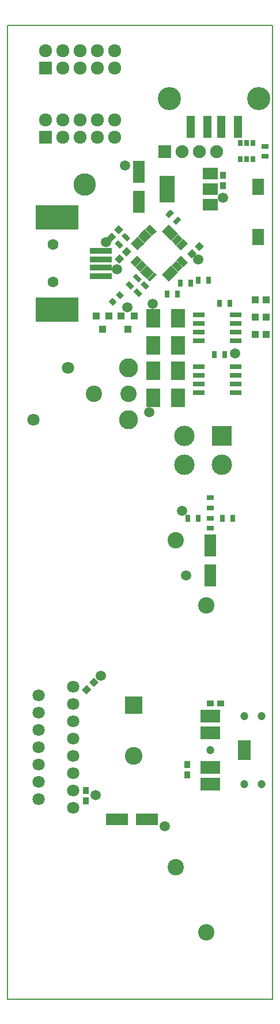
<source format=gbr>
G04 #@! TF.GenerationSoftware,KiCad,Pcbnew,(5.0.0-rc2-dev-311-g1dd4af297)*
G04 #@! TF.CreationDate,2018-05-15T09:42:03+02:00*
G04 #@! TF.ProjectId,resetUSB,72657365745553422E6B696361645F70,1.0*
G04 #@! TF.SameCoordinates,Original*
G04 #@! TF.FileFunction,Soldermask,Top*
G04 #@! TF.FilePolarity,Negative*
%FSLAX46Y46*%
G04 Gerber Fmt 4.6, Leading zero omitted, Abs format (unit mm)*
G04 Created by KiCad (PCBNEW (5.0.0-rc2-dev-311-g1dd4af297)) date 05/15/18 09:42:03*
%MOMM*%
%LPD*%
G01*
G04 APERTURE LIST*
%ADD10C,0.200000*%
%ADD11R,3.200000X1.800000*%
%ADD12R,0.950000X1.000000*%
%ADD13C,2.400000*%
%ADD14R,1.000000X1.100000*%
%ADD15C,1.800000*%
%ADD16C,2.800000*%
%ADD17C,0.950000*%
%ADD18C,0.100000*%
%ADD19R,1.100000X0.700000*%
%ADD20R,2.600000X2.600000*%
%ADD21C,2.600000*%
%ADD22R,1.800000X3.200000*%
%ADD23R,2.200000X1.700000*%
%ADD24R,2.200000X4.000000*%
%ADD25R,0.700000X1.100000*%
%ADD26R,1.800000X2.380000*%
%ADD27C,0.480000*%
%ADD28C,0.700000*%
%ADD29C,3.400000*%
%ADD30R,1.200000X3.200000*%
%ADD31C,0.800000*%
%ADD32R,2.000000X2.700000*%
%ADD33R,1.000000X1.000000*%
%ADD34R,3.200000X0.900000*%
%ADD35R,6.240000X3.600000*%
%ADD36C,1.600000*%
%ADD37R,1.927200X1.927200*%
%ADD38O,1.927200X1.927200*%
%ADD39O,1.900000X1.900000*%
%ADD40R,1.900000X1.900000*%
%ADD41R,0.710000X0.900000*%
%ADD42R,1.750000X0.800000*%
%ADD43R,3.000000X3.000000*%
%ADD44C,3.000000*%
%ADD45C,3.300000*%
%ADD46R,1.000000X0.950000*%
%ADD47C,1.200000*%
%ADD48R,2.900000X1.900000*%
%ADD49R,1.900000X2.900000*%
%ADD50C,1.500000*%
G04 APERTURE END LIST*
D10*
X46037500Y-161932500D02*
X46037500Y-18932500D01*
X85037500Y-161932500D02*
X46037500Y-161932500D01*
X85037500Y-18932500D02*
X85037500Y-161932500D01*
X46037500Y-18932500D02*
X85037500Y-18932500D01*
D11*
X62125500Y-135518500D03*
X66525500Y-135518500D03*
D12*
X72453500Y-127529500D03*
X72453500Y-129029500D03*
D13*
X75247500Y-104112500D03*
X70807500Y-94582500D03*
D14*
X60034500Y-63614000D03*
X59084500Y-61614000D03*
X60984500Y-61614000D03*
X63717500Y-63614000D03*
X62767500Y-61614000D03*
X64667500Y-61614000D03*
D15*
X49857500Y-76842500D03*
X54937500Y-69222500D03*
D13*
X58747500Y-73032500D03*
X63827500Y-73032500D03*
D16*
X63827500Y-76842500D03*
X63827500Y-69222500D03*
D17*
X58759830Y-115430170D03*
D18*
G36*
X58742152Y-116119599D02*
X58070401Y-115447848D01*
X58777508Y-114740741D01*
X59449259Y-115412492D01*
X58742152Y-116119599D01*
X58742152Y-116119599D01*
G37*
D17*
X57699170Y-116490830D03*
D18*
G36*
X57681492Y-117180259D02*
X57009741Y-116508508D01*
X57716848Y-115801401D01*
X58388599Y-116473152D01*
X57681492Y-117180259D01*
X57681492Y-117180259D01*
G37*
D19*
X75882500Y-89850000D03*
X75882500Y-88350000D03*
D20*
X64579500Y-118754500D03*
D21*
X64579500Y-126254500D03*
D13*
X70807500Y-142582500D03*
X75247500Y-152112500D03*
D12*
X77760359Y-40971041D03*
X77760359Y-42471041D03*
D22*
X65392300Y-40456100D03*
X65392300Y-44856100D03*
D23*
X75830359Y-45291041D03*
X75830359Y-40691041D03*
X75830359Y-42991041D03*
D24*
X69530359Y-42991041D03*
D25*
X72949500Y-56778500D03*
X71449500Y-56778500D03*
D26*
X82867500Y-42664500D03*
X82867500Y-50064500D03*
D17*
X62525170Y-53266936D03*
D18*
G36*
X62507492Y-53956365D02*
X61835741Y-53284614D01*
X62542848Y-52577507D01*
X63214599Y-53249258D01*
X62507492Y-53956365D01*
X62507492Y-53956365D01*
G37*
D17*
X63585830Y-52206276D03*
D18*
G36*
X63568152Y-52895705D02*
X62896401Y-52223954D01*
X63603508Y-51516847D01*
X64275259Y-52188598D01*
X63568152Y-52895705D01*
X63568152Y-52895705D01*
G37*
D17*
X74253830Y-51422170D03*
D18*
G36*
X74271508Y-50732741D02*
X74943259Y-51404492D01*
X74236152Y-52111599D01*
X73564401Y-51439848D01*
X74271508Y-50732741D01*
X74271508Y-50732741D01*
G37*
D17*
X73193170Y-52482830D03*
D18*
G36*
X73210848Y-51793401D02*
X73882599Y-52465152D01*
X73175492Y-53172259D01*
X72503741Y-52500508D01*
X73210848Y-51793401D01*
X73210848Y-51793401D01*
G37*
D27*
X64805111Y-53438056D03*
D18*
G36*
X64479842Y-54102736D02*
X64140431Y-53763325D01*
X65130380Y-52773376D01*
X65469791Y-53112787D01*
X64479842Y-54102736D01*
X64479842Y-54102736D01*
G37*
D27*
X65158664Y-53791610D03*
D18*
G36*
X64833395Y-54456290D02*
X64493984Y-54116879D01*
X65483933Y-53126930D01*
X65823344Y-53466341D01*
X64833395Y-54456290D01*
X64833395Y-54456290D01*
G37*
D27*
X65512218Y-54145163D03*
D18*
G36*
X65186949Y-54809843D02*
X64847538Y-54470432D01*
X65837487Y-53480483D01*
X66176898Y-53819894D01*
X65186949Y-54809843D01*
X65186949Y-54809843D01*
G37*
D27*
X65865771Y-54498716D03*
D18*
G36*
X65540502Y-55163396D02*
X65201091Y-54823985D01*
X66191040Y-53834036D01*
X66530451Y-54173447D01*
X65540502Y-55163396D01*
X65540502Y-55163396D01*
G37*
D27*
X66219325Y-54852270D03*
D18*
G36*
X65894056Y-55516950D02*
X65554645Y-55177539D01*
X66544594Y-54187590D01*
X66884005Y-54527001D01*
X65894056Y-55516950D01*
X65894056Y-55516950D01*
G37*
D27*
X66572878Y-55205823D03*
D18*
G36*
X66247609Y-55870503D02*
X65908198Y-55531092D01*
X66898147Y-54541143D01*
X67237558Y-54880554D01*
X66247609Y-55870503D01*
X66247609Y-55870503D01*
G37*
D27*
X66926431Y-55559377D03*
D18*
G36*
X66601162Y-56224057D02*
X66261751Y-55884646D01*
X67251700Y-54894697D01*
X67591111Y-55234108D01*
X66601162Y-56224057D01*
X66601162Y-56224057D01*
G37*
D27*
X67279985Y-55912930D03*
D18*
G36*
X66954716Y-56577610D02*
X66615305Y-56238199D01*
X67605254Y-55248250D01*
X67944665Y-55587661D01*
X66954716Y-56577610D01*
X66954716Y-56577610D01*
G37*
D27*
X69401305Y-55912930D03*
D18*
G36*
X70065985Y-56238199D02*
X69726574Y-56577610D01*
X68736625Y-55587661D01*
X69076036Y-55248250D01*
X70065985Y-56238199D01*
X70065985Y-56238199D01*
G37*
D27*
X69754859Y-55559377D03*
D18*
G36*
X70419539Y-55884646D02*
X70080128Y-56224057D01*
X69090179Y-55234108D01*
X69429590Y-54894697D01*
X70419539Y-55884646D01*
X70419539Y-55884646D01*
G37*
D27*
X70108412Y-55205823D03*
D18*
G36*
X70773092Y-55531092D02*
X70433681Y-55870503D01*
X69443732Y-54880554D01*
X69783143Y-54541143D01*
X70773092Y-55531092D01*
X70773092Y-55531092D01*
G37*
D27*
X70461965Y-54852270D03*
D18*
G36*
X71126645Y-55177539D02*
X70787234Y-55516950D01*
X69797285Y-54527001D01*
X70136696Y-54187590D01*
X71126645Y-55177539D01*
X71126645Y-55177539D01*
G37*
D27*
X70815519Y-54498716D03*
D18*
G36*
X71480199Y-54823985D02*
X71140788Y-55163396D01*
X70150839Y-54173447D01*
X70490250Y-53834036D01*
X71480199Y-54823985D01*
X71480199Y-54823985D01*
G37*
D27*
X71169072Y-54145163D03*
D18*
G36*
X71833752Y-54470432D02*
X71494341Y-54809843D01*
X70504392Y-53819894D01*
X70843803Y-53480483D01*
X71833752Y-54470432D01*
X71833752Y-54470432D01*
G37*
D27*
X71522626Y-53791610D03*
D18*
G36*
X72187306Y-54116879D02*
X71847895Y-54456290D01*
X70857946Y-53466341D01*
X71197357Y-53126930D01*
X72187306Y-54116879D01*
X72187306Y-54116879D01*
G37*
D27*
X71876179Y-53438056D03*
D18*
G36*
X72540859Y-53763325D02*
X72201448Y-54102736D01*
X71211499Y-53112787D01*
X71550910Y-52773376D01*
X72540859Y-53763325D01*
X72540859Y-53763325D01*
G37*
D27*
X71876179Y-51316736D03*
D18*
G36*
X71550910Y-51981416D02*
X71211499Y-51642005D01*
X72201448Y-50652056D01*
X72540859Y-50991467D01*
X71550910Y-51981416D01*
X71550910Y-51981416D01*
G37*
D27*
X71522626Y-50963182D03*
D18*
G36*
X71197357Y-51627862D02*
X70857946Y-51288451D01*
X71847895Y-50298502D01*
X72187306Y-50637913D01*
X71197357Y-51627862D01*
X71197357Y-51627862D01*
G37*
D27*
X71169072Y-50609629D03*
D18*
G36*
X70843803Y-51274309D02*
X70504392Y-50934898D01*
X71494341Y-49944949D01*
X71833752Y-50284360D01*
X70843803Y-51274309D01*
X70843803Y-51274309D01*
G37*
D27*
X70815519Y-50256076D03*
D18*
G36*
X70490250Y-50920756D02*
X70150839Y-50581345D01*
X71140788Y-49591396D01*
X71480199Y-49930807D01*
X70490250Y-50920756D01*
X70490250Y-50920756D01*
G37*
D27*
X70461965Y-49902522D03*
D18*
G36*
X70136696Y-50567202D02*
X69797285Y-50227791D01*
X70787234Y-49237842D01*
X71126645Y-49577253D01*
X70136696Y-50567202D01*
X70136696Y-50567202D01*
G37*
D27*
X70108412Y-49548969D03*
D18*
G36*
X69783143Y-50213649D02*
X69443732Y-49874238D01*
X70433681Y-48884289D01*
X70773092Y-49223700D01*
X69783143Y-50213649D01*
X69783143Y-50213649D01*
G37*
D27*
X69754859Y-49195415D03*
D18*
G36*
X69429590Y-49860095D02*
X69090179Y-49520684D01*
X70080128Y-48530735D01*
X70419539Y-48870146D01*
X69429590Y-49860095D01*
X69429590Y-49860095D01*
G37*
D27*
X69401305Y-48841862D03*
D18*
G36*
X69076036Y-49506542D02*
X68736625Y-49167131D01*
X69726574Y-48177182D01*
X70065985Y-48516593D01*
X69076036Y-49506542D01*
X69076036Y-49506542D01*
G37*
D27*
X67279985Y-48841862D03*
D18*
G36*
X67944665Y-49167131D02*
X67605254Y-49506542D01*
X66615305Y-48516593D01*
X66954716Y-48177182D01*
X67944665Y-49167131D01*
X67944665Y-49167131D01*
G37*
D27*
X66926431Y-49195415D03*
D18*
G36*
X67591111Y-49520684D02*
X67251700Y-49860095D01*
X66261751Y-48870146D01*
X66601162Y-48530735D01*
X67591111Y-49520684D01*
X67591111Y-49520684D01*
G37*
D27*
X66572878Y-49548969D03*
D18*
G36*
X67237558Y-49874238D02*
X66898147Y-50213649D01*
X65908198Y-49223700D01*
X66247609Y-48884289D01*
X67237558Y-49874238D01*
X67237558Y-49874238D01*
G37*
D27*
X66219325Y-49902522D03*
D18*
G36*
X66884005Y-50227791D02*
X66544594Y-50567202D01*
X65554645Y-49577253D01*
X65894056Y-49237842D01*
X66884005Y-50227791D01*
X66884005Y-50227791D01*
G37*
D27*
X65865771Y-50256076D03*
D18*
G36*
X66530451Y-50581345D02*
X66191040Y-50920756D01*
X65201091Y-49930807D01*
X65540502Y-49591396D01*
X66530451Y-50581345D01*
X66530451Y-50581345D01*
G37*
D27*
X65512218Y-50609629D03*
D18*
G36*
X66176898Y-50934898D02*
X65837487Y-51274309D01*
X64847538Y-50284360D01*
X65186949Y-49944949D01*
X66176898Y-50934898D01*
X66176898Y-50934898D01*
G37*
D27*
X65158664Y-50963182D03*
D18*
G36*
X65823344Y-51288451D02*
X65483933Y-51627862D01*
X64493984Y-50637913D01*
X64833395Y-50298502D01*
X65823344Y-51288451D01*
X65823344Y-51288451D01*
G37*
D27*
X64805111Y-51316736D03*
D18*
G36*
X65469791Y-51642005D02*
X65130380Y-51981416D01*
X64140431Y-50991467D01*
X64479842Y-50652056D01*
X65469791Y-51642005D01*
X65469791Y-51642005D01*
G37*
D28*
X65109830Y-56053947D03*
D18*
G36*
X65251251Y-56690343D02*
X64473434Y-55912526D01*
X64968409Y-55417551D01*
X65746226Y-56195368D01*
X65251251Y-56690343D01*
X65251251Y-56690343D01*
G37*
D28*
X64049170Y-57114607D03*
D18*
G36*
X64190591Y-57751003D02*
X63412774Y-56973186D01*
X63907749Y-56478211D01*
X64685566Y-57256028D01*
X64190591Y-57751003D01*
X64190591Y-57751003D01*
G37*
D28*
X69891170Y-46596170D03*
D18*
G36*
X70527566Y-46454749D02*
X69749749Y-47232566D01*
X69254774Y-46737591D01*
X70032591Y-45959774D01*
X70527566Y-46454749D01*
X70527566Y-46454749D01*
G37*
D28*
X70951830Y-47656830D03*
D18*
G36*
X71588226Y-47515409D02*
X70810409Y-48293226D01*
X70315434Y-47798251D01*
X71093251Y-47020434D01*
X71588226Y-47515409D01*
X71588226Y-47515409D01*
G37*
D29*
X83011500Y-29686500D03*
X69871500Y-29686500D03*
D30*
X75441500Y-33896500D03*
X72941500Y-33896500D03*
X77441500Y-33896500D03*
X79941500Y-33896500D03*
D28*
X66252830Y-57137170D03*
D18*
G36*
X66394251Y-57773566D02*
X65616434Y-56995749D01*
X66111409Y-56500774D01*
X66889226Y-57278591D01*
X66394251Y-57773566D01*
X66394251Y-57773566D01*
G37*
D28*
X65192170Y-58197830D03*
D18*
G36*
X65333591Y-58834226D02*
X64555774Y-58056409D01*
X65050749Y-57561434D01*
X65828566Y-58339251D01*
X65333591Y-58834226D01*
X65333591Y-58834226D01*
G37*
D28*
X62422161Y-51111674D03*
D18*
G36*
X62563582Y-51748070D02*
X61785765Y-50970253D01*
X62280740Y-50475278D01*
X63058557Y-51253095D01*
X62563582Y-51748070D01*
X62563582Y-51748070D01*
G37*
D28*
X63482821Y-50051014D03*
D18*
G36*
X63624242Y-50687410D02*
X62846425Y-49909593D01*
X63341400Y-49414618D01*
X64119217Y-50192435D01*
X63624242Y-50687410D01*
X63624242Y-50687410D01*
G37*
D17*
X61353015Y-50025558D03*
D18*
G36*
X61370693Y-49336129D02*
X62042444Y-50007880D01*
X61335337Y-50714987D01*
X60663586Y-50043236D01*
X61370693Y-49336129D01*
X61370693Y-49336129D01*
G37*
D17*
X62413675Y-48964898D03*
D18*
G36*
X62431353Y-48275469D02*
X63103104Y-48947220D01*
X62395997Y-49654327D01*
X61724246Y-48982576D01*
X62431353Y-48275469D01*
X62431353Y-48275469D01*
G37*
D31*
X61544525Y-59559475D03*
D18*
G36*
X61509170Y-58958434D02*
X62145566Y-59594830D01*
X61579880Y-60160516D01*
X60943484Y-59524120D01*
X61509170Y-58958434D01*
X61509170Y-58958434D01*
G37*
D31*
X62534475Y-58569525D03*
D18*
G36*
X62499120Y-57968484D02*
X63135516Y-58604880D01*
X62569830Y-59170566D01*
X61933434Y-58534170D01*
X62499120Y-57968484D01*
X62499120Y-57968484D01*
G37*
D32*
X67445000Y-65960200D03*
X67445000Y-61960200D03*
D33*
X84072000Y-64361500D03*
X82472000Y-64361500D03*
X84072000Y-61821500D03*
X82472000Y-61821500D03*
X84072000Y-59281500D03*
X82472000Y-59281500D03*
D34*
X59737500Y-55807500D03*
X59737500Y-52057500D03*
X59737500Y-54557500D03*
X59737500Y-53307500D03*
D35*
X53317500Y-60732500D03*
X53317500Y-47132500D03*
D36*
X52737500Y-56682500D03*
X52737500Y-51182500D03*
D25*
X74116500Y-56397500D03*
X75616500Y-56397500D03*
X69544500Y-58429500D03*
X71044500Y-58429500D03*
D19*
X83883500Y-38224500D03*
X83883500Y-36724500D03*
D37*
X51625500Y-25242500D03*
D38*
X51625500Y-22702500D03*
X54165500Y-25242500D03*
X54165500Y-22702500D03*
X56705500Y-25242500D03*
X56705500Y-22702500D03*
X59245500Y-25242500D03*
X59245500Y-22702500D03*
X61785500Y-25242500D03*
X61785500Y-22702500D03*
X61785500Y-32862500D03*
X61785500Y-35402500D03*
X59245500Y-32862500D03*
X59245500Y-35402500D03*
X56705500Y-32862500D03*
X56705500Y-35402500D03*
X54165500Y-32862500D03*
X54165500Y-35402500D03*
X51625500Y-32862500D03*
D37*
X51625500Y-35402500D03*
D39*
X76771500Y-37474500D03*
X74231500Y-37474500D03*
X71691500Y-37474500D03*
D40*
X69151500Y-37474500D03*
D41*
X80228400Y-36277800D03*
X81178400Y-36277800D03*
X82128400Y-36277800D03*
X82128400Y-38597800D03*
X81178400Y-38597800D03*
X80228400Y-38597800D03*
D25*
X76474000Y-67295600D03*
X77974000Y-67295600D03*
D42*
X74155700Y-72883600D03*
X74155700Y-71613600D03*
X74155700Y-70343600D03*
X74155700Y-69073600D03*
X79555700Y-69073600D03*
X79555700Y-70343600D03*
X79555700Y-71613600D03*
X79555700Y-72883600D03*
D25*
X77236000Y-59777200D03*
X78736000Y-59777200D03*
D42*
X74155700Y-65263600D03*
X74155700Y-63993600D03*
X74155700Y-62723600D03*
X74155700Y-61453600D03*
X79555700Y-61453600D03*
X79555700Y-62723600D03*
X79555700Y-63993600D03*
X79555700Y-65263600D03*
D43*
X77533500Y-79257500D03*
D44*
X77533500Y-83457500D03*
X72033500Y-79257500D03*
X72033500Y-83457500D03*
D32*
X71128000Y-65960200D03*
X71128000Y-61960200D03*
X71128000Y-69707200D03*
X71128000Y-73707200D03*
X67445000Y-69707200D03*
X67445000Y-73707200D03*
D45*
X57437500Y-42332500D03*
D22*
X75882500Y-99704500D03*
X75882500Y-95304500D03*
D46*
X75894500Y-118500500D03*
X77394500Y-118500500D03*
D19*
X75882500Y-91334500D03*
X75882500Y-92834500D03*
D25*
X72592500Y-91322500D03*
X74092500Y-91322500D03*
X77672500Y-91322500D03*
X79172500Y-91322500D03*
D47*
X83357500Y-130394500D03*
X83357500Y-120394500D03*
X80857500Y-130394500D03*
X80857500Y-120394500D03*
X75857500Y-125394500D03*
D48*
X75857500Y-130394500D03*
X75857500Y-120394500D03*
X75857500Y-127894500D03*
X75857500Y-122894500D03*
D49*
X80857500Y-125394500D03*
D15*
X50587500Y-124932500D03*
X50587500Y-127472500D03*
X50587500Y-130012500D03*
X50587500Y-132552500D03*
X50587500Y-122392500D03*
X50587500Y-119852500D03*
X50587500Y-117312500D03*
X55667500Y-133822500D03*
X55667500Y-131282500D03*
X55667500Y-128742500D03*
X55667500Y-126202500D03*
X55667500Y-123662500D03*
X55667500Y-121122500D03*
X55667500Y-118582500D03*
X55667500Y-116042500D03*
D12*
X57594500Y-132839500D03*
X57594500Y-131339500D03*
D50*
X60515499Y-50822977D03*
X63360300Y-39567100D03*
X77760359Y-44261041D03*
X74104500Y-53349500D03*
X69151500Y-136534500D03*
X58991500Y-131962500D03*
X59753500Y-114436500D03*
X63690500Y-60334500D03*
X72326500Y-99704500D03*
X71691500Y-90243000D03*
X62166500Y-54746500D03*
X67373500Y-59826500D03*
X66873500Y-75798500D03*
X79510000Y-67143200D03*
M02*

</source>
